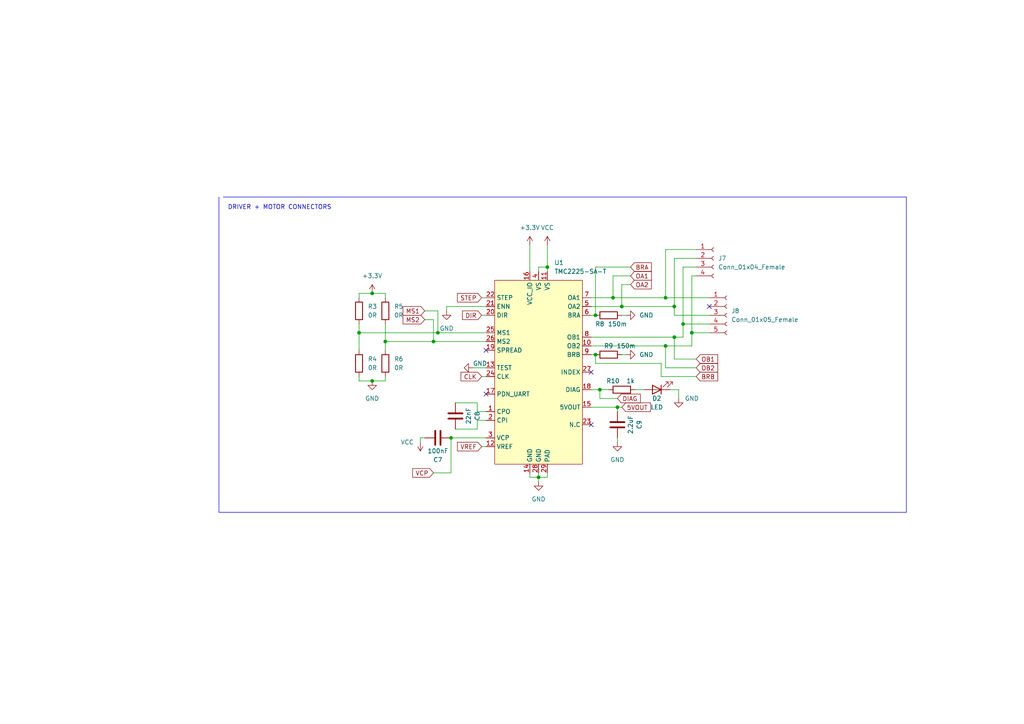
<source format=kicad_sch>
(kicad_sch (version 20231120) (generator "eeschema") (generator_version "8.0")
  (paper "A4")
  (lib_symbols
    (symbol "Connector:Conn_01x04_Female" (pin_names (offset 1.016) hide)
      (property "Reference" "J" (at 0 5.08 0))
      (property "Value" "Conn_01x04_Female" (at 0 -7.62 0))
      (symbol "Conn_01x04_Female_1_1"
        (arc (start 0 -4.572) (mid -0.5058 -5.08) (end 0 -5.588) (stroke (width 0.1524)))
        (arc (start 0 -2.032) (mid -0.5058 -2.54) (end 0 -3.048) (stroke (width 0.1524)))
        (polyline (pts (xy -1.27 -5.08) (xy -0.508 -5.08)) (stroke (width 0.1524)))
        (polyline (pts (xy -1.27 -2.54) (xy -0.508 -2.54)) (stroke (width 0.1524)))
        (polyline (pts (xy -1.27 0) (xy -0.508 0)) (stroke (width 0.1524)))
        (polyline (pts (xy -1.27 2.54) (xy -0.508 2.54)) (stroke (width 0.1524)))
        (arc (start 0 0.508) (mid -0.5058 0) (end 0 -0.508) (stroke (width 0.1524)))
        (arc (start 0 3.048) (mid -0.5058 2.54) (end 0 2.032) (stroke (width 0.1524)))
        (pin passive line (at -5.08 2.54 0) (length 3.81) (name "Pin_1") (number "1"))
        (pin passive line (at -5.08 0 0) (length 3.81) (name "Pin_2") (number "2"))
        (pin passive line (at -5.08 -2.54 0) (length 3.81) (name "Pin_3") (number "3"))
        (pin passive line (at -5.08 -5.08 0) (length 3.81) (name "Pin_4") (number "4"))
      )
    )
    (symbol "Connector:Conn_01x05_Female" (pin_names (offset 1.016) hide)
      (property "Reference" "J" (at 0 7.62 0))
      (property "Value" "Conn_01x05_Female" (at 0 -7.62 0))
      (symbol "Conn_01x05_Female_1_1"
        (arc (start 0 -4.572) (mid -0.5058 -5.08) (end 0 -5.588) (stroke (width 0.1524)))
        (arc (start 0 -2.032) (mid -0.5058 -2.54) (end 0 -3.048) (stroke (width 0.1524)))
        (polyline (pts (xy -1.27 -5.08) (xy -0.508 -5.08)) (stroke (width 0.1524)))
        (polyline (pts (xy -1.27 -2.54) (xy -0.508 -2.54)) (stroke (width 0.1524)))
        (polyline (pts (xy -1.27 0) (xy -0.508 0)) (stroke (width 0.1524)))
        (polyline (pts (xy -1.27 2.54) (xy -0.508 2.54)) (stroke (width 0.1524)))
        (polyline (pts (xy -1.27 5.08) (xy -0.508 5.08)) (stroke (width 0.1524)))
        (arc (start 0 0.508) (mid -0.5058 0) (end 0 -0.508) (stroke (width 0.1524)))
        (arc (start 0 3.048) (mid -0.5058 2.54) (end 0 2.032) (stroke (width 0.1524)))
        (arc (start 0 5.588) (mid -0.5058 5.08) (end 0 4.572) (stroke (width 0.1524)))
        (pin passive line (at -5.08 5.08 0) (length 3.81) (name "Pin_1") (number "1"))
        (pin passive line (at -5.08 2.54 0) (length 3.81) (name "Pin_2") (number "2"))
        (pin passive line (at -5.08 0 0) (length 3.81) (name "Pin_3") (number "3"))
        (pin passive line (at -5.08 -2.54 0) (length 3.81) (name "Pin_4") (number "4"))
        (pin passive line (at -5.08 -5.08 0) (length 3.81) (name "Pin_5") (number "5"))
      )
    )
    (symbol "Custom_laptop:TMC2225-SA-T"
      (property "Reference" "U" (at -11.43 25.4 0))
      (property "Value" "TMC2225-SA-T" (at -13.97 -31.75 0))
      (symbol "TMC2225-SA-T_0_1"
        (rectangle (start -12.7 24.13) (end 12.7 -29.21) (fill (type background)))
      )
      (symbol "TMC2225-SA-T_1_1"
        (pin passive line (at -15.24 -13.97 0) (length 2.54) (name "CPO") (number "1"))
        (pin passive line (at 15.24 5.08 180) (length 2.54) (name "OB2") (number "10"))
        (pin power_in line (at 2.54 26.67 270) (length 2.54) (name "VS") (number "11"))
        (pin passive line (at -15.24 -24.13 0) (length 2.54) (name "VREF") (number "12"))
        (pin passive line (at -15.24 -1.27 0) (length 2.54) (name "TEST") (number "13"))
        (pin power_in line (at -2.54 -31.75 90) (length 2.54) (name "GND") (number "14"))
        (pin passive line (at 15.24 -12.7 180) (length 2.54) (name "5VOUT") (number "15"))
        (pin power_in line (at -2.54 26.67 270) (length 2.54) (name "VCC_IO") (number "16"))
        (pin passive line (at -15.24 -8.89 0) (length 2.54) (name "PDN_UART") (number "17"))
        (pin passive line (at 15.24 -7.62 180) (length 2.54) (name "DIAG") (number "18"))
        (pin passive line (at -15.24 3.81 0) (length 2.54) (name "SPREAD") (number "19"))
        (pin passive line (at -15.24 -16.51 0) (length 2.54) (name "CPI") (number "2"))
        (pin passive line (at -15.24 13.97 0) (length 2.54) (name "DIR") (number "20"))
        (pin passive line (at -15.24 16.51 0) (length 2.54) (name "ENN") (number "21"))
        (pin passive line (at -15.24 19.05 0) (length 2.54) (name "STEP") (number "22"))
        (pin passive line (at 15.24 -17.78 180) (length 2.54) (name "N.C") (number "23"))
        (pin passive line (at -15.24 -3.81 0) (length 2.54) (name "CLK") (number "24"))
        (pin passive line (at -15.24 8.89 0) (length 2.54) (name "MS1") (number "25"))
        (pin passive line (at -15.24 6.35 0) (length 2.54) (name "MS2") (number "26"))
        (pin passive line (at 15.24 -2.54 180) (length 2.54) (name "INDEX") (number "27"))
        (pin power_in line (at 0 -31.75 90) (length 2.54) (name "GND") (number "28"))
        (pin power_in line (at 2.54 -31.75 90) (length 2.54) (name "PAD") (number "29"))
        (pin passive line (at -15.24 -21.59 0) (length 2.54) (name "VCP") (number "3"))
        (pin power_in line (at 0 26.67 270) (length 2.54) (name "VS") (number "4"))
        (pin passive line (at 15.24 16.51 180) (length 2.54) (name "OA2") (number "5"))
        (pin passive line (at 15.24 13.97 180) (length 2.54) (name "BRA") (number "6"))
        (pin passive line (at 15.24 19.05 180) (length 2.54) (name "OA1") (number "7"))
        (pin passive line (at 15.24 7.62 180) (length 2.54) (name "OB1") (number "8"))
        (pin passive line (at 15.24 2.54 180) (length 2.54) (name "BRB") (number "9"))
      )
    )
    (symbol "Device:C" (pin_numbers hide) (pin_names (offset 0.254))
      (property "Reference" "C" (at 0.635 2.54 0))
      (property "Value" "C" (at 0.635 -2.54 0))
      (symbol "C_0_1"
        (polyline (pts (xy -2.032 -0.762) (xy 2.032 -0.762)) (stroke (width 0.508)))
        (polyline (pts (xy -2.032 0.762) (xy 2.032 0.762)) (stroke (width 0.508)))
      )
      (symbol "C_1_1"
        (pin passive line (at 0 3.81 270) (length 2.794) (name "~") (number "1"))
        (pin passive line (at 0 -3.81 90) (length 2.794) (name "~") (number "2"))
      )
    )
    (symbol "Device:LED" (pin_numbers hide) (pin_names (offset 1.016) hide)
      (property "Reference" "D" (at 0 2.54 0))
      (property "Value" "LED" (at 0 -2.54 0))
      (symbol "LED_0_1"
        (polyline (pts (xy -1.27 -1.27) (xy -1.27 1.27)) (stroke (width 0.254)))
        (polyline (pts (xy -1.27 0) (xy 1.27 0)))
        (polyline (pts (xy 1.27 -1.27) (xy 1.27 1.27) (xy -1.27 0) (xy 1.27 -1.27)) (stroke (width 0.254)))
        (polyline (pts (xy -3.048 -0.762) (xy -4.572 -2.286) (xy -3.81 -2.286) (xy -4.572 -2.286) (xy -4.572 -1.524)))
        (polyline (pts (xy -1.778 -0.762) (xy -3.302 -2.286) (xy -2.54 -2.286) (xy -3.302 -2.286) (xy -3.302 -1.524)))
      )
      (symbol "LED_1_1"
        (pin passive line (at -3.81 0 0) (length 2.54) (name "K") (number "1"))
        (pin passive line (at 3.81 0 180) (length 2.54) (name "A") (number "2"))
      )
    )
    (symbol "Device:R" (pin_numbers hide) (pin_names (offset 0))
      (property "Reference" "R" (at 2.032 0 90))
      (property "Value" "R" (at 0 0 90))
      (symbol "R_0_1"
        (rectangle (start -1.016 -2.54) (end 1.016 2.54) (stroke (width 0.254)))
      )
      (symbol "R_1_1"
        (pin passive line (at 0 3.81 270) (length 1.27) (name "~") (number "1"))
        (pin passive line (at 0 -3.81 90) (length 1.27) (name "~") (number "2"))
      )
    )
    (symbol "power:+3.3V" (power) (pin_names (offset 0))
      (property "Value" "+3.3V" (at 0 3.556 0))
      (symbol "+3.3V_0_1"
        (polyline (pts (xy -0.762 1.27) (xy 0 2.54)))
        (polyline (pts (xy 0 0) (xy 0 2.54)))
        (polyline (pts (xy 0 2.54) (xy 0.762 1.27)))
      )
      (symbol "+3.3V_1_1"
        (pin power_in line (at 0 0 90) (length 0) hide (name "+3.3V") (number "1"))
      )
    )
    (symbol "power:GND" (power) (pin_names (offset 0))
      (property "Value" "GND" (at 0 -3.81 0))
      (symbol "GND_0_1"
        (polyline (pts (xy 0 0) (xy 0 -1.27) (xy 1.27 -1.27) (xy 0 -2.54) (xy -1.27 -1.27) (xy 0 -1.27)))
      )
      (symbol "GND_1_1"
        (pin power_in line (at 0 0 270) (length 0) hide (name "GND") (number "1"))
      )
    )
    (symbol "power:VCC" (power) (pin_names (offset 0))
      (property "Value" "VCC" (at 0 3.81 0))
      (symbol "VCC_0_1"
        (polyline (pts (xy -0.762 1.27) (xy 0 2.54)))
        (polyline (pts (xy 0 0) (xy 0 2.54)))
        (polyline (pts (xy 0 2.54) (xy 0.762 1.27)))
      )
      (symbol "VCC_1_1"
        (pin power_in line (at 0 0 90) (length 0) hide (name "VCC") (number "1"))
      )
    )
  )
  (junction (at 173.99 113.03))
  (junction (at 193.04 86.36))
  (junction (at 111.76 99.06))
  (junction (at 195.58 97.79))
  (junction (at 193.04 100.33))
  (junction (at 177.8 86.36))
  (junction (at 172.72 91.44))
  (junction (at 180.34 88.9))
  (junction (at 125.73 99.06))
  (junction (at 158.75 77.47))
  (junction (at 156.21 138.43))
  (junction (at 104.14 96.52))
  (junction (at 107.95 85.09))
  (junction (at 130.81 127))
  (junction (at 195.58 88.9))
  (junction (at 179.07 118.11))
  (junction (at 107.95 110.49))
  (junction (at 200.66 96.52))
  (junction (at 198.12 93.98))
  (junction (at 127 96.52))
  (junction (at 172.72 102.87))
  (no_connect (at 171.45 107.95))
  (no_connect (at 205.74 88.9))
  (no_connect (at 140.97 114.3))
  (no_connect (at 171.45 123.19))
  (no_connect (at 140.97 101.6))
  (wire (pts (xy 104.14 86.36) (xy 104.14 85.09)))
  (wire (pts (xy 171.45 100.33) (xy 193.04 100.33)))
  (wire (pts (xy 138.43 119.38) (xy 140.97 119.38)))
  (wire (pts (xy 127 90.17) (xy 127 96.52)))
  (polyline (pts (xy 63.5 57.15) (xy 63.5 148.59)))
  (wire (pts (xy 193.04 86.36) (xy 205.74 86.36)))
  (wire (pts (xy 125.73 92.71) (xy 125.73 99.06)))
  (wire (pts (xy 156.21 138.43) (xy 158.75 138.43)))
  (wire (pts (xy 172.72 77.47) (xy 182.88 77.47)))
  (wire (pts (xy 139.7 109.22) (xy 140.97 109.22)))
  (wire (pts (xy 104.14 109.22) (xy 104.14 110.49)))
  (wire (pts (xy 172.72 105.41) (xy 191.77 105.41)))
  (wire (pts (xy 123.19 92.71) (xy 125.73 92.71)))
  (wire (pts (xy 177.8 80.01) (xy 177.8 86.36)))
  (wire (pts (xy 179.07 119.38) (xy 179.07 118.11)))
  (wire (pts (xy 139.7 129.54) (xy 140.97 129.54)))
  (wire (pts (xy 104.14 110.49) (xy 107.95 110.49)))
  (wire (pts (xy 195.58 104.14) (xy 195.58 97.79)))
  (wire (pts (xy 198.12 77.47) (xy 201.93 77.47)))
  (wire (pts (xy 156.21 138.43) (xy 156.21 139.7)))
  (wire (pts (xy 191.77 105.41) (xy 191.77 109.22)))
  (wire (pts (xy 173.99 113.03) (xy 173.99 115.57)))
  (wire (pts (xy 173.99 115.57) (xy 179.07 115.57)))
  (wire (pts (xy 111.76 93.98) (xy 111.76 99.06)))
  (wire (pts (xy 130.81 127) (xy 140.97 127)))
  (wire (pts (xy 193.04 100.33) (xy 200.66 100.33)))
  (wire (pts (xy 195.58 88.9) (xy 195.58 91.44)))
  (wire (pts (xy 180.34 82.55) (xy 180.34 88.9)))
  (wire (pts (xy 123.19 90.17) (xy 127 90.17)))
  (wire (pts (xy 104.14 93.98) (xy 104.14 96.52)))
  (wire (pts (xy 180.34 88.9) (xy 195.58 88.9)))
  (wire (pts (xy 179.07 118.11) (xy 180.34 118.11)))
  (wire (pts (xy 121.92 128.27) (xy 121.92 127)))
  (wire (pts (xy 191.77 109.22) (xy 201.93 109.22)))
  (wire (pts (xy 107.95 85.09) (xy 111.76 85.09)))
  (wire (pts (xy 111.76 85.09) (xy 111.76 86.36)))
  (wire (pts (xy 138.43 116.84) (xy 138.43 119.38)))
  (wire (pts (xy 156.21 77.47) (xy 158.75 77.47)))
  (wire (pts (xy 125.73 99.06) (xy 140.97 99.06)))
  (wire (pts (xy 182.88 82.55) (xy 180.34 82.55)))
  (wire (pts (xy 139.7 91.44) (xy 140.97 91.44)))
  (wire (pts (xy 179.07 118.11) (xy 171.45 118.11)))
  (wire (pts (xy 132.08 124.46) (xy 138.43 124.46)))
  (wire (pts (xy 111.76 99.06) (xy 125.73 99.06)))
  (wire (pts (xy 171.45 113.03) (xy 173.99 113.03)))
  (wire (pts (xy 180.34 91.44) (xy 181.61 91.44)))
  (polyline (pts (xy 64.77 57.15) (xy 262.89 57.15)))
  (wire (pts (xy 182.88 80.01) (xy 177.8 80.01)))
  (wire (pts (xy 200.66 80.01) (xy 201.93 80.01)))
  (wire (pts (xy 200.66 100.33) (xy 200.66 96.52)))
  (wire (pts (xy 201.93 106.68) (xy 193.04 106.68)))
  (polyline (pts (xy 262.89 57.15) (xy 262.89 148.59)))
  (wire (pts (xy 173.99 113.03) (xy 176.53 113.03)))
  (wire (pts (xy 195.58 88.9) (xy 195.58 74.93)))
  (polyline (pts (xy 262.89 148.59) (xy 63.5 148.59)))
  (wire (pts (xy 171.45 97.79) (xy 195.58 97.79)))
  (wire (pts (xy 171.45 86.36) (xy 177.8 86.36)))
  (wire (pts (xy 195.58 91.44) (xy 205.74 91.44)))
  (wire (pts (xy 111.76 109.22) (xy 111.76 110.49)))
  (wire (pts (xy 193.04 72.39) (xy 201.93 72.39)))
  (wire (pts (xy 153.67 71.12) (xy 153.67 78.74)))
  (wire (pts (xy 195.58 74.93) (xy 201.93 74.93)))
  (wire (pts (xy 156.21 137.16) (xy 156.21 138.43)))
  (wire (pts (xy 200.66 96.52) (xy 200.66 80.01)))
  (wire (pts (xy 198.12 93.98) (xy 205.74 93.98)))
  (wire (pts (xy 129.54 90.17) (xy 129.54 88.9)))
  (wire (pts (xy 171.45 88.9) (xy 180.34 88.9)))
  (wire (pts (xy 198.12 93.98) (xy 198.12 77.47)))
  (wire (pts (xy 132.08 116.84) (xy 138.43 116.84)))
  (wire (pts (xy 177.8 86.36) (xy 193.04 86.36)))
  (wire (pts (xy 196.85 115.57) (xy 196.85 113.03)))
  (wire (pts (xy 195.58 97.79) (xy 198.12 97.79)))
  (wire (pts (xy 158.75 71.12) (xy 158.75 77.47)))
  (wire (pts (xy 196.85 113.03) (xy 194.31 113.03)))
  (wire (pts (xy 138.43 121.92) (xy 140.97 121.92)))
  (wire (pts (xy 156.21 78.74) (xy 156.21 77.47)))
  (wire (pts (xy 111.76 99.06) (xy 111.76 101.6)))
  (wire (pts (xy 104.14 96.52) (xy 127 96.52)))
  (wire (pts (xy 193.04 86.36) (xy 193.04 72.39)))
  (wire (pts (xy 107.95 110.49) (xy 111.76 110.49)))
  (wire (pts (xy 129.54 88.9) (xy 140.97 88.9)))
  (wire (pts (xy 153.67 138.43) (xy 156.21 138.43)))
  (wire (pts (xy 158.75 137.16) (xy 158.75 138.43)))
  (wire (pts (xy 121.92 127) (xy 123.19 127)))
  (wire (pts (xy 125.73 137.16) (xy 130.81 137.16)))
  (wire (pts (xy 158.75 77.47) (xy 158.75 78.74)))
  (wire (pts (xy 171.45 102.87) (xy 172.72 102.87)))
  (wire (pts (xy 193.04 100.33) (xy 193.04 106.68)))
  (wire (pts (xy 127 96.52) (xy 140.97 96.52)))
  (wire (pts (xy 200.66 96.52) (xy 205.74 96.52)))
  (wire (pts (xy 172.72 102.87) (xy 172.72 105.41)))
  (wire (pts (xy 139.7 86.36) (xy 140.97 86.36)))
  (wire (pts (xy 180.34 102.87) (xy 181.61 102.87)))
  (wire (pts (xy 138.43 124.46) (xy 138.43 121.92)))
  (wire (pts (xy 104.14 85.09) (xy 107.95 85.09)))
  (wire (pts (xy 184.15 113.03) (xy 186.69 113.03)))
  (wire (pts (xy 130.81 137.16) (xy 130.81 127)))
  (wire (pts (xy 137.16 106.68) (xy 140.97 106.68)))
  (wire (pts (xy 104.14 96.52) (xy 104.14 101.6)))
  (wire (pts (xy 172.72 91.44) (xy 172.72 77.47)))
  (wire (pts (xy 153.67 137.16) (xy 153.67 138.43)))
  (wire (pts (xy 179.07 127) (xy 179.07 128.27)))
  (wire (pts (xy 198.12 97.79) (xy 198.12 93.98)))
  (wire (pts (xy 171.45 91.44) (xy 172.72 91.44)))
  (wire (pts (xy 201.93 104.14) (xy 195.58 104.14)))
  (text "DRIVER + MOTOR CONNECTORS" (at 66.04 60.96 0) (effects (font (size 1.27 1.27)) (justify left bottom)))
  (global_label "OB1" (shape input) (at 201.93 104.14 0) (property "Intersheetrefs" "${INTERSHEET_REFS}" (effects (hide yes))))
  (global_label "OA2" (shape input) (at 182.88 82.55 0) (property "Intersheetrefs" "${INTERSHEET_REFS}" (effects (hide yes))))
  (global_label "MS2" (shape input) (at 123.19 92.71 180) (property "Intersheetrefs" "${INTERSHEET_REFS}" (effects (hide yes))))
  (global_label "STEP" (shape input) (at 139.7 86.36 180) (property "Intersheetrefs" "${INTERSHEET_REFS}" (effects (hide yes))))
  (global_label "BRA" (shape input) (at 182.88 77.47 0) (property "Intersheetrefs" "${INTERSHEET_REFS}" (effects (hide yes))))
  (global_label "VREF" (shape input) (at 139.7 129.54 180) (property "Intersheetrefs" "${INTERSHEET_REFS}" (effects (hide yes))))
  (global_label "OB2" (shape input) (at 201.93 106.68 0) (property "Intersheetrefs" "${INTERSHEET_REFS}" (effects (hide yes))))
  (global_label "CLK" (shape input) (at 139.7 109.22 180) (property "Intersheetrefs" "${INTERSHEET_REFS}" (effects (hide yes))))
  (global_label "OA1" (shape input) (at 182.88 80.01 0) (property "Intersheetrefs" "${INTERSHEET_REFS}" (effects (hide yes))))
  (global_label "DIAG" (shape input) (at 179.07 115.57 0) (property "Intersheetrefs" "${INTERSHEET_REFS}" (effects (hide yes))))
  (global_label "5VOUT" (shape input) (at 180.34 118.11 0) (property "Intersheetrefs" "${INTERSHEET_REFS}" (effects (hide yes))))
  (global_label "DIR" (shape input) (at 139.7 91.44 180) (property "Intersheetrefs" "${INTERSHEET_REFS}" (effects (hide yes))))
  (global_label "VCP" (shape input) (at 125.73 137.16 180) (property "Intersheetrefs" "${INTERSHEET_REFS}" (effects (hide yes))))
  (global_label "MS1" (shape input) (at 123.19 90.17 180) (property "Intersheetrefs" "${INTERSHEET_REFS}" (effects (hide yes))))
  (global_label "BRB" (shape input) (at 201.93 109.22 0) (property "Intersheetrefs" "${INTERSHEET_REFS}" (effects (hide yes))))
  (symbol (lib_id "Custom_laptop:TMC2225-SA-T") (at 156.21 105.41 0) (unit 1)
    (property "Reference" "U1" (at 160.7694 76.2 0) (effects (justify left)))
    (property "Value" "TMC2225-SA-T" (at 160.7694 78.74 0) (effects (justify left)))
    (property "Footprint" "Package_SO:HTSSOP-28-1EP_4.4x9.7mm_P0.65mm_EP2.85x5.4mm_ThermalVias" (effects (hide yes)))
  )
  (symbol (lib_id "Device:R") (at 176.53 102.87 90) (unit 1)
    (property "Reference" "R9" (at 176.53 100.33 90))
    (property "Value" "150m" (at 181.61 100.33 90))
    (property "Footprint" "Resistor_SMD:R_1206_3216Metric_Pad1.30x1.75mm_HandSolder" (effects (hide yes)))
  )
  (symbol (lib_id "Device:R") (at 176.53 91.44 90) (unit 1)
    (property "Reference" "R8" (at 173.99 93.98 90))
    (property "Value" "150m" (at 179.07 93.98 90))
    (property "Footprint" "Resistor_SMD:R_1206_3216Metric_Pad1.30x1.75mm_HandSolder" (effects (hide yes)))
  )
  (symbol (lib_id "Device:LED") (at 190.5 113.03 180) (unit 1)
    (property "Reference" "D2" (at 190.5 115.57 0))
    (property "Value" "LED" (at 190.5 118.11 0))
    (property "Footprint" "LED_SMD:LED_0603_1608Metric_Pad1.05x0.95mm_HandSolder" (effects (hide yes)))
  )
  (symbol (lib_id "power:GND") (at 181.61 91.44 90) (unit 1)
    (property "Reference" "#PWR0105" (effects (hide yes)))
    (property "Value" "GND" (at 185.42 91.4399 90) (effects (justify right)))
  )
  (symbol (lib_id "Device:R") (at 180.34 113.03 270) (unit 1)
    (property "Reference" "R10" (at 177.8 110.49 90))
    (property "Value" "1k" (at 182.88 110.49 90))
    (property "Footprint" "Resistor_SMD:R_0603_1608Metric_Pad0.98x0.95mm_HandSolder" (effects (hide yes)))
  )
  (symbol (lib_id "power:GND") (at 156.21 139.7 0) (unit 1)
    (property "Reference" "#PWR0107" (effects (hide yes)))
    (property "Value" "GND" (at 156.21 144.78 0))
  )
  (symbol (lib_id "Device:C") (at 179.07 123.19 180) (unit 1)
    (property "Reference" "C9" (at 185.42 123.19 90))
    (property "Value" "2.2uF" (at 182.88 123.19 90))
    (property "Footprint" "Capacitor_SMD:C_0805_2012Metric_Pad1.18x1.45mm_HandSolder" (effects (hide yes)))
  )
  (symbol (lib_id "Device:R") (at 111.76 105.41 180) (unit 1)
    (property "Reference" "R6" (at 114.3 104.1399 0) (effects (justify right)))
    (property "Value" "0R" (at 114.3 106.6799 0) (effects (justify right)))
    (property "Footprint" "Resistor_SMD:R_0603_1608Metric_Pad0.98x0.95mm_HandSolder" (effects (hide yes)))
  )
  (symbol (lib_id "Connector:Conn_01x05_Female") (at 210.82 91.44 0) (unit 1)
    (property "Reference" "J8" (at 212.09 90.1699 0) (effects (justify left)))
    (property "Value" "Conn_01x05_Female" (at 212.09 92.7099 0) (effects (justify left)))
    (property "Footprint" "Connector_JST:JST_XH_B5B-XH-A_1x05_P2.50mm_Vertical" (effects (hide yes)))
  )
  (symbol (lib_id "Device:C") (at 132.08 120.65 180) (unit 1)
    (property "Reference" "C8" (at 138.43 120.65 90))
    (property "Value" "22nF" (at 135.89 120.65 90))
    (property "Footprint" "Capacitor_SMD:C_0603_1608Metric_Pad1.08x0.95mm_HandSolder" (effects (hide yes)))
  )
  (symbol (lib_id "power:GND") (at 179.07 128.27 0) (unit 1)
    (property "Reference" "#PWR0104" (effects (hide yes)))
    (property "Value" "GND" (at 179.07 133.35 0))
  )
  (symbol (lib_id "power:GND") (at 107.95 110.49 0) (unit 1)
    (property "Reference" "#PWR0112" (effects (hide yes)))
    (property "Value" "GND" (at 107.95 115.57 0))
  )
  (symbol (lib_id "power:+3.3V") (at 153.67 71.12 0) (unit 1)
    (property "Reference" "#PWR0111" (effects (hide yes)))
    (property "Value" "+3.3V" (at 153.67 66.04 0))
  )
  (symbol (lib_id "Device:R") (at 104.14 90.17 180) (unit 1)
    (property "Reference" "R3" (at 106.68 88.8999 0) (effects (justify right)))
    (property "Value" "0R" (at 106.68 91.4399 0) (effects (justify right)))
    (property "Footprint" "Resistor_SMD:R_0603_1608Metric_Pad0.98x0.95mm_HandSolder" (effects (hide yes)))
  )
  (symbol (lib_id "power:GND") (at 181.61 102.87 90) (unit 1)
    (property "Reference" "#PWR0106" (effects (hide yes)))
    (property "Value" "GND" (at 185.42 102.8699 90) (effects (justify right)))
  )
  (symbol (lib_id "power:+3.3V") (at 107.95 85.09 0) (unit 1)
    (property "Reference" "#PWR0109" (effects (hide yes)))
    (property "Value" "+3.3V" (at 107.95 80.01 0))
  )
  (symbol (lib_id "power:VCC") (at 158.75 71.12 0) (unit 1)
    (property "Reference" "#PWR0110" (effects (hide yes)))
    (property "Value" "VCC" (at 158.75 66.04 0))
  )
  (symbol (lib_id "Device:R") (at 104.14 105.41 180) (unit 1)
    (property "Reference" "R4" (at 106.68 104.1399 0) (effects (justify right)))
    (property "Value" "0R" (at 106.68 106.6799 0) (effects (justify right)))
    (property "Footprint" "Resistor_SMD:R_0603_1608Metric_Pad0.98x0.95mm_HandSolder" (effects (hide yes)))
  )
  (symbol (lib_id "Connector:Conn_01x04_Female") (at 207.01 74.93 0) (unit 1)
    (property "Reference" "J7" (at 208.28 74.9299 0) (effects (justify left)))
    (property "Value" "Conn_01x04_Female" (at 208.28 77.4699 0) (effects (justify left)))
    (property "Footprint" "Connector_JST:JST_XH_B4B-XH-A_1x04_P2.50mm_Vertical" (effects (hide yes)))
  )
  (symbol (lib_id "power:VCC") (at 121.92 128.27 180) (unit 1)
    (property "Reference" "#PWR0101" (effects (hide yes)))
    (property "Value" "VCC" (at 118.11 128.27 0))
  )
  (symbol (lib_id "power:GND") (at 137.16 106.68 270) (unit 1)
    (property "Reference" "#PWR0103" (effects (hide yes)))
    (property "Value" "GND" (at 137.16 105.41 90) (effects (justify left)))
  )
  (symbol (lib_id "Device:R") (at 111.76 90.17 180) (unit 1)
    (property "Reference" "R5" (at 114.3 88.8999 0) (effects (justify right)))
    (property "Value" "0R" (at 114.3 91.4399 0) (effects (justify right)))
    (property "Footprint" "Resistor_SMD:R_0603_1608Metric_Pad0.98x0.95mm_HandSolder" (effects (hide yes)))
  )
  (symbol (lib_id "power:GND") (at 129.54 90.17 0) (unit 1)
    (property "Reference" "#PWR0102" (effects (hide yes)))
    (property "Value" "GND" (at 129.54 95.25 0))
  )
  (symbol (lib_id "Device:C") (at 127 127 90) (unit 1)
    (property "Reference" "C7" (at 127 133.35 90))
    (property "Value" "100nF" (at 127 130.81 90))
    (property "Footprint" "Capacitor_SMD:C_0603_1608Metric_Pad1.08x0.95mm_HandSolder" (effects (hide yes)))
  )
  (symbol (lib_id "power:GND") (at 196.85 115.57 0) (unit 1)
    (property "Reference" "#PWR0108" (effects (hide yes)))
    (property "Value" "GND" (at 200.66 115.57 0))
  )
)
</source>
